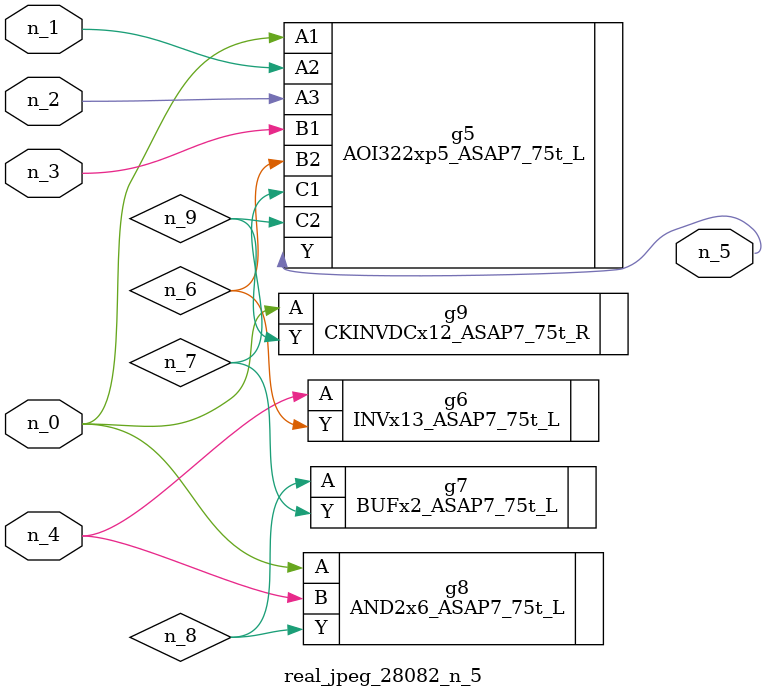
<source format=v>
module real_jpeg_28082_n_5 (n_4, n_0, n_1, n_2, n_3, n_5);

input n_4;
input n_0;
input n_1;
input n_2;
input n_3;

output n_5;

wire n_8;
wire n_6;
wire n_7;
wire n_9;

AOI322xp5_ASAP7_75t_L g5 ( 
.A1(n_0),
.A2(n_1),
.A3(n_2),
.B1(n_3),
.B2(n_6),
.C1(n_7),
.C2(n_9),
.Y(n_5)
);

AND2x6_ASAP7_75t_L g8 ( 
.A(n_0),
.B(n_4),
.Y(n_8)
);

CKINVDCx12_ASAP7_75t_R g9 ( 
.A(n_0),
.Y(n_9)
);

INVx13_ASAP7_75t_L g6 ( 
.A(n_4),
.Y(n_6)
);

BUFx2_ASAP7_75t_L g7 ( 
.A(n_8),
.Y(n_7)
);


endmodule
</source>
